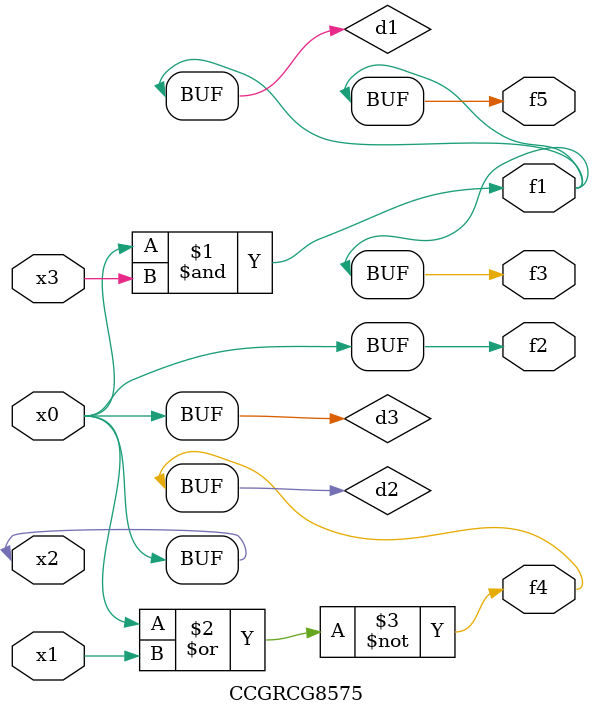
<source format=v>
module CCGRCG8575(
	input x0, x1, x2, x3,
	output f1, f2, f3, f4, f5
);

	wire d1, d2, d3;

	and (d1, x2, x3);
	nor (d2, x0, x1);
	buf (d3, x0, x2);
	assign f1 = d1;
	assign f2 = d3;
	assign f3 = d1;
	assign f4 = d2;
	assign f5 = d1;
endmodule

</source>
